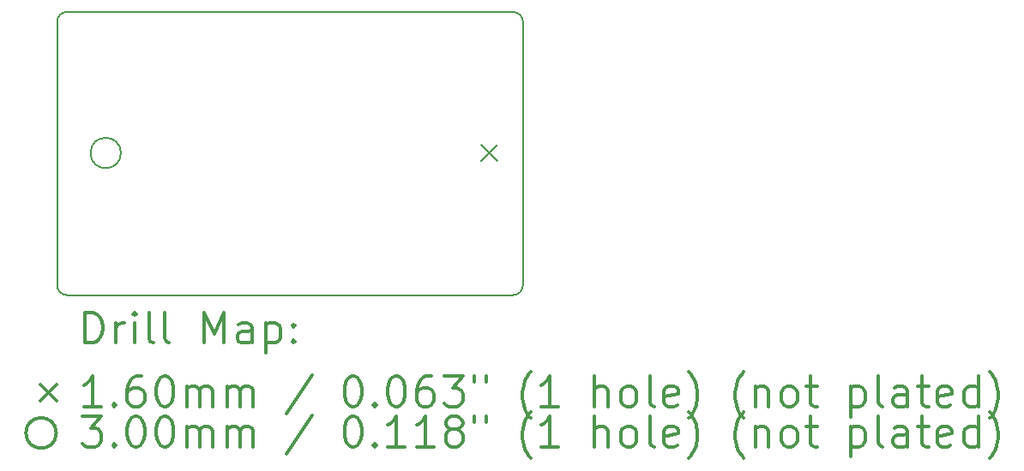
<source format=gbr>
%FSLAX45Y45*%
G04 Gerber Fmt 4.5, Leading zero omitted, Abs format (unit mm)*
G04 Created by KiCad (PCBNEW (5.1.6)-1) date 2022-05-27 14:19:13*
%MOMM*%
%LPD*%
G01*
G04 APERTURE LIST*
%TA.AperFunction,Profile*%
%ADD10C,0.150000*%
%TD*%
%ADD11C,0.200000*%
%ADD12C,0.300000*%
G04 APERTURE END LIST*
D10*
X12800000Y-7525000D02*
G75*
G02*
X12900000Y-7425000I100000J0D01*
G01*
X17300000Y-7425000D02*
G75*
G02*
X17400000Y-7525000I0J-100000D01*
G01*
X12900000Y-10225000D02*
G75*
G02*
X12800000Y-10125000I0J100000D01*
G01*
X17400000Y-10125000D02*
G75*
G02*
X17300000Y-10225000I-100000J0D01*
G01*
X17300000Y-7425000D02*
X12900000Y-7425000D01*
X17400000Y-10125000D02*
X17400000Y-7525000D01*
X12900000Y-10225000D02*
X17300000Y-10225000D01*
X12800000Y-7525000D02*
X12800000Y-10125000D01*
D11*
X16990000Y-8740000D02*
X17150000Y-8900000D01*
X17150000Y-8740000D02*
X16990000Y-8900000D01*
X13430000Y-8820000D02*
G75*
G03*
X13430000Y-8820000I-150000J0D01*
G01*
D12*
X13078928Y-10698214D02*
X13078928Y-10398214D01*
X13150357Y-10398214D01*
X13193214Y-10412500D01*
X13221786Y-10441072D01*
X13236071Y-10469643D01*
X13250357Y-10526786D01*
X13250357Y-10569643D01*
X13236071Y-10626786D01*
X13221786Y-10655357D01*
X13193214Y-10683929D01*
X13150357Y-10698214D01*
X13078928Y-10698214D01*
X13378928Y-10698214D02*
X13378928Y-10498214D01*
X13378928Y-10555357D02*
X13393214Y-10526786D01*
X13407500Y-10512500D01*
X13436071Y-10498214D01*
X13464643Y-10498214D01*
X13564643Y-10698214D02*
X13564643Y-10498214D01*
X13564643Y-10398214D02*
X13550357Y-10412500D01*
X13564643Y-10426786D01*
X13578928Y-10412500D01*
X13564643Y-10398214D01*
X13564643Y-10426786D01*
X13750357Y-10698214D02*
X13721786Y-10683929D01*
X13707500Y-10655357D01*
X13707500Y-10398214D01*
X13907500Y-10698214D02*
X13878928Y-10683929D01*
X13864643Y-10655357D01*
X13864643Y-10398214D01*
X14250357Y-10698214D02*
X14250357Y-10398214D01*
X14350357Y-10612500D01*
X14450357Y-10398214D01*
X14450357Y-10698214D01*
X14721786Y-10698214D02*
X14721786Y-10541072D01*
X14707500Y-10512500D01*
X14678928Y-10498214D01*
X14621786Y-10498214D01*
X14593214Y-10512500D01*
X14721786Y-10683929D02*
X14693214Y-10698214D01*
X14621786Y-10698214D01*
X14593214Y-10683929D01*
X14578928Y-10655357D01*
X14578928Y-10626786D01*
X14593214Y-10598214D01*
X14621786Y-10583929D01*
X14693214Y-10583929D01*
X14721786Y-10569643D01*
X14864643Y-10498214D02*
X14864643Y-10798214D01*
X14864643Y-10512500D02*
X14893214Y-10498214D01*
X14950357Y-10498214D01*
X14978928Y-10512500D01*
X14993214Y-10526786D01*
X15007500Y-10555357D01*
X15007500Y-10641072D01*
X14993214Y-10669643D01*
X14978928Y-10683929D01*
X14950357Y-10698214D01*
X14893214Y-10698214D01*
X14864643Y-10683929D01*
X15136071Y-10669643D02*
X15150357Y-10683929D01*
X15136071Y-10698214D01*
X15121786Y-10683929D01*
X15136071Y-10669643D01*
X15136071Y-10698214D01*
X15136071Y-10512500D02*
X15150357Y-10526786D01*
X15136071Y-10541072D01*
X15121786Y-10526786D01*
X15136071Y-10512500D01*
X15136071Y-10541072D01*
X12632500Y-11112500D02*
X12792500Y-11272500D01*
X12792500Y-11112500D02*
X12632500Y-11272500D01*
X13236071Y-11328214D02*
X13064643Y-11328214D01*
X13150357Y-11328214D02*
X13150357Y-11028214D01*
X13121786Y-11071072D01*
X13093214Y-11099643D01*
X13064643Y-11113929D01*
X13364643Y-11299643D02*
X13378928Y-11313929D01*
X13364643Y-11328214D01*
X13350357Y-11313929D01*
X13364643Y-11299643D01*
X13364643Y-11328214D01*
X13636071Y-11028214D02*
X13578928Y-11028214D01*
X13550357Y-11042500D01*
X13536071Y-11056786D01*
X13507500Y-11099643D01*
X13493214Y-11156786D01*
X13493214Y-11271071D01*
X13507500Y-11299643D01*
X13521786Y-11313929D01*
X13550357Y-11328214D01*
X13607500Y-11328214D01*
X13636071Y-11313929D01*
X13650357Y-11299643D01*
X13664643Y-11271071D01*
X13664643Y-11199643D01*
X13650357Y-11171072D01*
X13636071Y-11156786D01*
X13607500Y-11142500D01*
X13550357Y-11142500D01*
X13521786Y-11156786D01*
X13507500Y-11171072D01*
X13493214Y-11199643D01*
X13850357Y-11028214D02*
X13878928Y-11028214D01*
X13907500Y-11042500D01*
X13921786Y-11056786D01*
X13936071Y-11085357D01*
X13950357Y-11142500D01*
X13950357Y-11213929D01*
X13936071Y-11271071D01*
X13921786Y-11299643D01*
X13907500Y-11313929D01*
X13878928Y-11328214D01*
X13850357Y-11328214D01*
X13821786Y-11313929D01*
X13807500Y-11299643D01*
X13793214Y-11271071D01*
X13778928Y-11213929D01*
X13778928Y-11142500D01*
X13793214Y-11085357D01*
X13807500Y-11056786D01*
X13821786Y-11042500D01*
X13850357Y-11028214D01*
X14078928Y-11328214D02*
X14078928Y-11128214D01*
X14078928Y-11156786D02*
X14093214Y-11142500D01*
X14121786Y-11128214D01*
X14164643Y-11128214D01*
X14193214Y-11142500D01*
X14207500Y-11171072D01*
X14207500Y-11328214D01*
X14207500Y-11171072D02*
X14221786Y-11142500D01*
X14250357Y-11128214D01*
X14293214Y-11128214D01*
X14321786Y-11142500D01*
X14336071Y-11171072D01*
X14336071Y-11328214D01*
X14478928Y-11328214D02*
X14478928Y-11128214D01*
X14478928Y-11156786D02*
X14493214Y-11142500D01*
X14521786Y-11128214D01*
X14564643Y-11128214D01*
X14593214Y-11142500D01*
X14607500Y-11171072D01*
X14607500Y-11328214D01*
X14607500Y-11171072D02*
X14621786Y-11142500D01*
X14650357Y-11128214D01*
X14693214Y-11128214D01*
X14721786Y-11142500D01*
X14736071Y-11171072D01*
X14736071Y-11328214D01*
X15321786Y-11013929D02*
X15064643Y-11399643D01*
X15707500Y-11028214D02*
X15736071Y-11028214D01*
X15764643Y-11042500D01*
X15778928Y-11056786D01*
X15793214Y-11085357D01*
X15807500Y-11142500D01*
X15807500Y-11213929D01*
X15793214Y-11271071D01*
X15778928Y-11299643D01*
X15764643Y-11313929D01*
X15736071Y-11328214D01*
X15707500Y-11328214D01*
X15678928Y-11313929D01*
X15664643Y-11299643D01*
X15650357Y-11271071D01*
X15636071Y-11213929D01*
X15636071Y-11142500D01*
X15650357Y-11085357D01*
X15664643Y-11056786D01*
X15678928Y-11042500D01*
X15707500Y-11028214D01*
X15936071Y-11299643D02*
X15950357Y-11313929D01*
X15936071Y-11328214D01*
X15921786Y-11313929D01*
X15936071Y-11299643D01*
X15936071Y-11328214D01*
X16136071Y-11028214D02*
X16164643Y-11028214D01*
X16193214Y-11042500D01*
X16207500Y-11056786D01*
X16221786Y-11085357D01*
X16236071Y-11142500D01*
X16236071Y-11213929D01*
X16221786Y-11271071D01*
X16207500Y-11299643D01*
X16193214Y-11313929D01*
X16164643Y-11328214D01*
X16136071Y-11328214D01*
X16107500Y-11313929D01*
X16093214Y-11299643D01*
X16078928Y-11271071D01*
X16064643Y-11213929D01*
X16064643Y-11142500D01*
X16078928Y-11085357D01*
X16093214Y-11056786D01*
X16107500Y-11042500D01*
X16136071Y-11028214D01*
X16493214Y-11028214D02*
X16436071Y-11028214D01*
X16407500Y-11042500D01*
X16393214Y-11056786D01*
X16364643Y-11099643D01*
X16350357Y-11156786D01*
X16350357Y-11271071D01*
X16364643Y-11299643D01*
X16378928Y-11313929D01*
X16407500Y-11328214D01*
X16464643Y-11328214D01*
X16493214Y-11313929D01*
X16507500Y-11299643D01*
X16521786Y-11271071D01*
X16521786Y-11199643D01*
X16507500Y-11171072D01*
X16493214Y-11156786D01*
X16464643Y-11142500D01*
X16407500Y-11142500D01*
X16378928Y-11156786D01*
X16364643Y-11171072D01*
X16350357Y-11199643D01*
X16621786Y-11028214D02*
X16807500Y-11028214D01*
X16707500Y-11142500D01*
X16750357Y-11142500D01*
X16778928Y-11156786D01*
X16793214Y-11171072D01*
X16807500Y-11199643D01*
X16807500Y-11271071D01*
X16793214Y-11299643D01*
X16778928Y-11313929D01*
X16750357Y-11328214D01*
X16664643Y-11328214D01*
X16636071Y-11313929D01*
X16621786Y-11299643D01*
X16921786Y-11028214D02*
X16921786Y-11085357D01*
X17036071Y-11028214D02*
X17036071Y-11085357D01*
X17478928Y-11442500D02*
X17464643Y-11428214D01*
X17436071Y-11385357D01*
X17421786Y-11356786D01*
X17407500Y-11313929D01*
X17393214Y-11242500D01*
X17393214Y-11185357D01*
X17407500Y-11113929D01*
X17421786Y-11071072D01*
X17436071Y-11042500D01*
X17464643Y-10999643D01*
X17478928Y-10985357D01*
X17750357Y-11328214D02*
X17578928Y-11328214D01*
X17664643Y-11328214D02*
X17664643Y-11028214D01*
X17636071Y-11071072D01*
X17607500Y-11099643D01*
X17578928Y-11113929D01*
X18107500Y-11328214D02*
X18107500Y-11028214D01*
X18236071Y-11328214D02*
X18236071Y-11171072D01*
X18221786Y-11142500D01*
X18193214Y-11128214D01*
X18150357Y-11128214D01*
X18121786Y-11142500D01*
X18107500Y-11156786D01*
X18421786Y-11328214D02*
X18393214Y-11313929D01*
X18378928Y-11299643D01*
X18364643Y-11271071D01*
X18364643Y-11185357D01*
X18378928Y-11156786D01*
X18393214Y-11142500D01*
X18421786Y-11128214D01*
X18464643Y-11128214D01*
X18493214Y-11142500D01*
X18507500Y-11156786D01*
X18521786Y-11185357D01*
X18521786Y-11271071D01*
X18507500Y-11299643D01*
X18493214Y-11313929D01*
X18464643Y-11328214D01*
X18421786Y-11328214D01*
X18693214Y-11328214D02*
X18664643Y-11313929D01*
X18650357Y-11285357D01*
X18650357Y-11028214D01*
X18921786Y-11313929D02*
X18893214Y-11328214D01*
X18836071Y-11328214D01*
X18807500Y-11313929D01*
X18793214Y-11285357D01*
X18793214Y-11171072D01*
X18807500Y-11142500D01*
X18836071Y-11128214D01*
X18893214Y-11128214D01*
X18921786Y-11142500D01*
X18936071Y-11171072D01*
X18936071Y-11199643D01*
X18793214Y-11228214D01*
X19036071Y-11442500D02*
X19050357Y-11428214D01*
X19078928Y-11385357D01*
X19093214Y-11356786D01*
X19107500Y-11313929D01*
X19121786Y-11242500D01*
X19121786Y-11185357D01*
X19107500Y-11113929D01*
X19093214Y-11071072D01*
X19078928Y-11042500D01*
X19050357Y-10999643D01*
X19036071Y-10985357D01*
X19578928Y-11442500D02*
X19564643Y-11428214D01*
X19536071Y-11385357D01*
X19521786Y-11356786D01*
X19507500Y-11313929D01*
X19493214Y-11242500D01*
X19493214Y-11185357D01*
X19507500Y-11113929D01*
X19521786Y-11071072D01*
X19536071Y-11042500D01*
X19564643Y-10999643D01*
X19578928Y-10985357D01*
X19693214Y-11128214D02*
X19693214Y-11328214D01*
X19693214Y-11156786D02*
X19707500Y-11142500D01*
X19736071Y-11128214D01*
X19778928Y-11128214D01*
X19807500Y-11142500D01*
X19821786Y-11171072D01*
X19821786Y-11328214D01*
X20007500Y-11328214D02*
X19978928Y-11313929D01*
X19964643Y-11299643D01*
X19950357Y-11271071D01*
X19950357Y-11185357D01*
X19964643Y-11156786D01*
X19978928Y-11142500D01*
X20007500Y-11128214D01*
X20050357Y-11128214D01*
X20078928Y-11142500D01*
X20093214Y-11156786D01*
X20107500Y-11185357D01*
X20107500Y-11271071D01*
X20093214Y-11299643D01*
X20078928Y-11313929D01*
X20050357Y-11328214D01*
X20007500Y-11328214D01*
X20193214Y-11128214D02*
X20307500Y-11128214D01*
X20236071Y-11028214D02*
X20236071Y-11285357D01*
X20250357Y-11313929D01*
X20278928Y-11328214D01*
X20307500Y-11328214D01*
X20636071Y-11128214D02*
X20636071Y-11428214D01*
X20636071Y-11142500D02*
X20664643Y-11128214D01*
X20721786Y-11128214D01*
X20750357Y-11142500D01*
X20764643Y-11156786D01*
X20778928Y-11185357D01*
X20778928Y-11271071D01*
X20764643Y-11299643D01*
X20750357Y-11313929D01*
X20721786Y-11328214D01*
X20664643Y-11328214D01*
X20636071Y-11313929D01*
X20950357Y-11328214D02*
X20921786Y-11313929D01*
X20907500Y-11285357D01*
X20907500Y-11028214D01*
X21193214Y-11328214D02*
X21193214Y-11171072D01*
X21178928Y-11142500D01*
X21150357Y-11128214D01*
X21093214Y-11128214D01*
X21064643Y-11142500D01*
X21193214Y-11313929D02*
X21164643Y-11328214D01*
X21093214Y-11328214D01*
X21064643Y-11313929D01*
X21050357Y-11285357D01*
X21050357Y-11256786D01*
X21064643Y-11228214D01*
X21093214Y-11213929D01*
X21164643Y-11213929D01*
X21193214Y-11199643D01*
X21293214Y-11128214D02*
X21407500Y-11128214D01*
X21336071Y-11028214D02*
X21336071Y-11285357D01*
X21350357Y-11313929D01*
X21378928Y-11328214D01*
X21407500Y-11328214D01*
X21621786Y-11313929D02*
X21593214Y-11328214D01*
X21536071Y-11328214D01*
X21507500Y-11313929D01*
X21493214Y-11285357D01*
X21493214Y-11171072D01*
X21507500Y-11142500D01*
X21536071Y-11128214D01*
X21593214Y-11128214D01*
X21621786Y-11142500D01*
X21636071Y-11171072D01*
X21636071Y-11199643D01*
X21493214Y-11228214D01*
X21893214Y-11328214D02*
X21893214Y-11028214D01*
X21893214Y-11313929D02*
X21864643Y-11328214D01*
X21807500Y-11328214D01*
X21778928Y-11313929D01*
X21764643Y-11299643D01*
X21750357Y-11271071D01*
X21750357Y-11185357D01*
X21764643Y-11156786D01*
X21778928Y-11142500D01*
X21807500Y-11128214D01*
X21864643Y-11128214D01*
X21893214Y-11142500D01*
X22007500Y-11442500D02*
X22021786Y-11428214D01*
X22050357Y-11385357D01*
X22064643Y-11356786D01*
X22078928Y-11313929D01*
X22093214Y-11242500D01*
X22093214Y-11185357D01*
X22078928Y-11113929D01*
X22064643Y-11071072D01*
X22050357Y-11042500D01*
X22021786Y-10999643D01*
X22007500Y-10985357D01*
X12792500Y-11588500D02*
G75*
G03*
X12792500Y-11588500I-150000J0D01*
G01*
X13050357Y-11424214D02*
X13236071Y-11424214D01*
X13136071Y-11538500D01*
X13178928Y-11538500D01*
X13207500Y-11552786D01*
X13221786Y-11567071D01*
X13236071Y-11595643D01*
X13236071Y-11667071D01*
X13221786Y-11695643D01*
X13207500Y-11709929D01*
X13178928Y-11724214D01*
X13093214Y-11724214D01*
X13064643Y-11709929D01*
X13050357Y-11695643D01*
X13364643Y-11695643D02*
X13378928Y-11709929D01*
X13364643Y-11724214D01*
X13350357Y-11709929D01*
X13364643Y-11695643D01*
X13364643Y-11724214D01*
X13564643Y-11424214D02*
X13593214Y-11424214D01*
X13621786Y-11438500D01*
X13636071Y-11452786D01*
X13650357Y-11481357D01*
X13664643Y-11538500D01*
X13664643Y-11609929D01*
X13650357Y-11667071D01*
X13636071Y-11695643D01*
X13621786Y-11709929D01*
X13593214Y-11724214D01*
X13564643Y-11724214D01*
X13536071Y-11709929D01*
X13521786Y-11695643D01*
X13507500Y-11667071D01*
X13493214Y-11609929D01*
X13493214Y-11538500D01*
X13507500Y-11481357D01*
X13521786Y-11452786D01*
X13536071Y-11438500D01*
X13564643Y-11424214D01*
X13850357Y-11424214D02*
X13878928Y-11424214D01*
X13907500Y-11438500D01*
X13921786Y-11452786D01*
X13936071Y-11481357D01*
X13950357Y-11538500D01*
X13950357Y-11609929D01*
X13936071Y-11667071D01*
X13921786Y-11695643D01*
X13907500Y-11709929D01*
X13878928Y-11724214D01*
X13850357Y-11724214D01*
X13821786Y-11709929D01*
X13807500Y-11695643D01*
X13793214Y-11667071D01*
X13778928Y-11609929D01*
X13778928Y-11538500D01*
X13793214Y-11481357D01*
X13807500Y-11452786D01*
X13821786Y-11438500D01*
X13850357Y-11424214D01*
X14078928Y-11724214D02*
X14078928Y-11524214D01*
X14078928Y-11552786D02*
X14093214Y-11538500D01*
X14121786Y-11524214D01*
X14164643Y-11524214D01*
X14193214Y-11538500D01*
X14207500Y-11567071D01*
X14207500Y-11724214D01*
X14207500Y-11567071D02*
X14221786Y-11538500D01*
X14250357Y-11524214D01*
X14293214Y-11524214D01*
X14321786Y-11538500D01*
X14336071Y-11567071D01*
X14336071Y-11724214D01*
X14478928Y-11724214D02*
X14478928Y-11524214D01*
X14478928Y-11552786D02*
X14493214Y-11538500D01*
X14521786Y-11524214D01*
X14564643Y-11524214D01*
X14593214Y-11538500D01*
X14607500Y-11567071D01*
X14607500Y-11724214D01*
X14607500Y-11567071D02*
X14621786Y-11538500D01*
X14650357Y-11524214D01*
X14693214Y-11524214D01*
X14721786Y-11538500D01*
X14736071Y-11567071D01*
X14736071Y-11724214D01*
X15321786Y-11409929D02*
X15064643Y-11795643D01*
X15707500Y-11424214D02*
X15736071Y-11424214D01*
X15764643Y-11438500D01*
X15778928Y-11452786D01*
X15793214Y-11481357D01*
X15807500Y-11538500D01*
X15807500Y-11609929D01*
X15793214Y-11667071D01*
X15778928Y-11695643D01*
X15764643Y-11709929D01*
X15736071Y-11724214D01*
X15707500Y-11724214D01*
X15678928Y-11709929D01*
X15664643Y-11695643D01*
X15650357Y-11667071D01*
X15636071Y-11609929D01*
X15636071Y-11538500D01*
X15650357Y-11481357D01*
X15664643Y-11452786D01*
X15678928Y-11438500D01*
X15707500Y-11424214D01*
X15936071Y-11695643D02*
X15950357Y-11709929D01*
X15936071Y-11724214D01*
X15921786Y-11709929D01*
X15936071Y-11695643D01*
X15936071Y-11724214D01*
X16236071Y-11724214D02*
X16064643Y-11724214D01*
X16150357Y-11724214D02*
X16150357Y-11424214D01*
X16121786Y-11467071D01*
X16093214Y-11495643D01*
X16064643Y-11509929D01*
X16521786Y-11724214D02*
X16350357Y-11724214D01*
X16436071Y-11724214D02*
X16436071Y-11424214D01*
X16407500Y-11467071D01*
X16378928Y-11495643D01*
X16350357Y-11509929D01*
X16693214Y-11552786D02*
X16664643Y-11538500D01*
X16650357Y-11524214D01*
X16636071Y-11495643D01*
X16636071Y-11481357D01*
X16650357Y-11452786D01*
X16664643Y-11438500D01*
X16693214Y-11424214D01*
X16750357Y-11424214D01*
X16778928Y-11438500D01*
X16793214Y-11452786D01*
X16807500Y-11481357D01*
X16807500Y-11495643D01*
X16793214Y-11524214D01*
X16778928Y-11538500D01*
X16750357Y-11552786D01*
X16693214Y-11552786D01*
X16664643Y-11567071D01*
X16650357Y-11581357D01*
X16636071Y-11609929D01*
X16636071Y-11667071D01*
X16650357Y-11695643D01*
X16664643Y-11709929D01*
X16693214Y-11724214D01*
X16750357Y-11724214D01*
X16778928Y-11709929D01*
X16793214Y-11695643D01*
X16807500Y-11667071D01*
X16807500Y-11609929D01*
X16793214Y-11581357D01*
X16778928Y-11567071D01*
X16750357Y-11552786D01*
X16921786Y-11424214D02*
X16921786Y-11481357D01*
X17036071Y-11424214D02*
X17036071Y-11481357D01*
X17478928Y-11838500D02*
X17464643Y-11824214D01*
X17436071Y-11781357D01*
X17421786Y-11752786D01*
X17407500Y-11709929D01*
X17393214Y-11638500D01*
X17393214Y-11581357D01*
X17407500Y-11509929D01*
X17421786Y-11467071D01*
X17436071Y-11438500D01*
X17464643Y-11395643D01*
X17478928Y-11381357D01*
X17750357Y-11724214D02*
X17578928Y-11724214D01*
X17664643Y-11724214D02*
X17664643Y-11424214D01*
X17636071Y-11467071D01*
X17607500Y-11495643D01*
X17578928Y-11509929D01*
X18107500Y-11724214D02*
X18107500Y-11424214D01*
X18236071Y-11724214D02*
X18236071Y-11567071D01*
X18221786Y-11538500D01*
X18193214Y-11524214D01*
X18150357Y-11524214D01*
X18121786Y-11538500D01*
X18107500Y-11552786D01*
X18421786Y-11724214D02*
X18393214Y-11709929D01*
X18378928Y-11695643D01*
X18364643Y-11667071D01*
X18364643Y-11581357D01*
X18378928Y-11552786D01*
X18393214Y-11538500D01*
X18421786Y-11524214D01*
X18464643Y-11524214D01*
X18493214Y-11538500D01*
X18507500Y-11552786D01*
X18521786Y-11581357D01*
X18521786Y-11667071D01*
X18507500Y-11695643D01*
X18493214Y-11709929D01*
X18464643Y-11724214D01*
X18421786Y-11724214D01*
X18693214Y-11724214D02*
X18664643Y-11709929D01*
X18650357Y-11681357D01*
X18650357Y-11424214D01*
X18921786Y-11709929D02*
X18893214Y-11724214D01*
X18836071Y-11724214D01*
X18807500Y-11709929D01*
X18793214Y-11681357D01*
X18793214Y-11567071D01*
X18807500Y-11538500D01*
X18836071Y-11524214D01*
X18893214Y-11524214D01*
X18921786Y-11538500D01*
X18936071Y-11567071D01*
X18936071Y-11595643D01*
X18793214Y-11624214D01*
X19036071Y-11838500D02*
X19050357Y-11824214D01*
X19078928Y-11781357D01*
X19093214Y-11752786D01*
X19107500Y-11709929D01*
X19121786Y-11638500D01*
X19121786Y-11581357D01*
X19107500Y-11509929D01*
X19093214Y-11467071D01*
X19078928Y-11438500D01*
X19050357Y-11395643D01*
X19036071Y-11381357D01*
X19578928Y-11838500D02*
X19564643Y-11824214D01*
X19536071Y-11781357D01*
X19521786Y-11752786D01*
X19507500Y-11709929D01*
X19493214Y-11638500D01*
X19493214Y-11581357D01*
X19507500Y-11509929D01*
X19521786Y-11467071D01*
X19536071Y-11438500D01*
X19564643Y-11395643D01*
X19578928Y-11381357D01*
X19693214Y-11524214D02*
X19693214Y-11724214D01*
X19693214Y-11552786D02*
X19707500Y-11538500D01*
X19736071Y-11524214D01*
X19778928Y-11524214D01*
X19807500Y-11538500D01*
X19821786Y-11567071D01*
X19821786Y-11724214D01*
X20007500Y-11724214D02*
X19978928Y-11709929D01*
X19964643Y-11695643D01*
X19950357Y-11667071D01*
X19950357Y-11581357D01*
X19964643Y-11552786D01*
X19978928Y-11538500D01*
X20007500Y-11524214D01*
X20050357Y-11524214D01*
X20078928Y-11538500D01*
X20093214Y-11552786D01*
X20107500Y-11581357D01*
X20107500Y-11667071D01*
X20093214Y-11695643D01*
X20078928Y-11709929D01*
X20050357Y-11724214D01*
X20007500Y-11724214D01*
X20193214Y-11524214D02*
X20307500Y-11524214D01*
X20236071Y-11424214D02*
X20236071Y-11681357D01*
X20250357Y-11709929D01*
X20278928Y-11724214D01*
X20307500Y-11724214D01*
X20636071Y-11524214D02*
X20636071Y-11824214D01*
X20636071Y-11538500D02*
X20664643Y-11524214D01*
X20721786Y-11524214D01*
X20750357Y-11538500D01*
X20764643Y-11552786D01*
X20778928Y-11581357D01*
X20778928Y-11667071D01*
X20764643Y-11695643D01*
X20750357Y-11709929D01*
X20721786Y-11724214D01*
X20664643Y-11724214D01*
X20636071Y-11709929D01*
X20950357Y-11724214D02*
X20921786Y-11709929D01*
X20907500Y-11681357D01*
X20907500Y-11424214D01*
X21193214Y-11724214D02*
X21193214Y-11567071D01*
X21178928Y-11538500D01*
X21150357Y-11524214D01*
X21093214Y-11524214D01*
X21064643Y-11538500D01*
X21193214Y-11709929D02*
X21164643Y-11724214D01*
X21093214Y-11724214D01*
X21064643Y-11709929D01*
X21050357Y-11681357D01*
X21050357Y-11652786D01*
X21064643Y-11624214D01*
X21093214Y-11609929D01*
X21164643Y-11609929D01*
X21193214Y-11595643D01*
X21293214Y-11524214D02*
X21407500Y-11524214D01*
X21336071Y-11424214D02*
X21336071Y-11681357D01*
X21350357Y-11709929D01*
X21378928Y-11724214D01*
X21407500Y-11724214D01*
X21621786Y-11709929D02*
X21593214Y-11724214D01*
X21536071Y-11724214D01*
X21507500Y-11709929D01*
X21493214Y-11681357D01*
X21493214Y-11567071D01*
X21507500Y-11538500D01*
X21536071Y-11524214D01*
X21593214Y-11524214D01*
X21621786Y-11538500D01*
X21636071Y-11567071D01*
X21636071Y-11595643D01*
X21493214Y-11624214D01*
X21893214Y-11724214D02*
X21893214Y-11424214D01*
X21893214Y-11709929D02*
X21864643Y-11724214D01*
X21807500Y-11724214D01*
X21778928Y-11709929D01*
X21764643Y-11695643D01*
X21750357Y-11667071D01*
X21750357Y-11581357D01*
X21764643Y-11552786D01*
X21778928Y-11538500D01*
X21807500Y-11524214D01*
X21864643Y-11524214D01*
X21893214Y-11538500D01*
X22007500Y-11838500D02*
X22021786Y-11824214D01*
X22050357Y-11781357D01*
X22064643Y-11752786D01*
X22078928Y-11709929D01*
X22093214Y-11638500D01*
X22093214Y-11581357D01*
X22078928Y-11509929D01*
X22064643Y-11467071D01*
X22050357Y-11438500D01*
X22021786Y-11395643D01*
X22007500Y-11381357D01*
M02*

</source>
